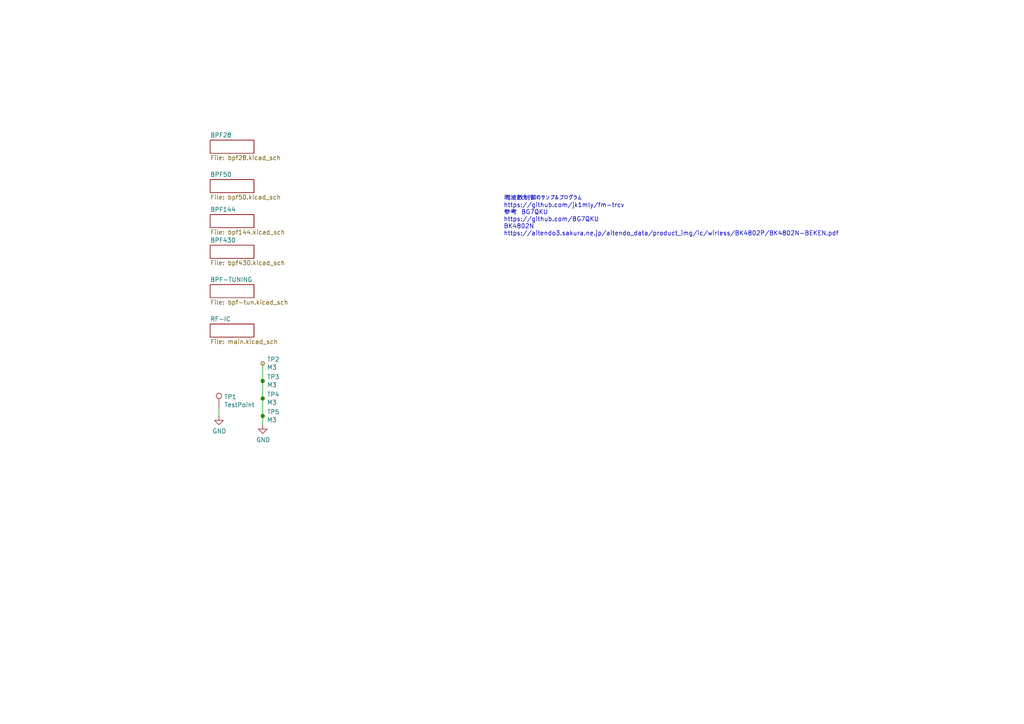
<source format=kicad_sch>
(kicad_sch (version 20211123) (generator eeschema)
  (paper "A4")
  (title_block (title "FM QRP TRCV") (date "2022-03-12") (rev "1") (company "JK1MLY / PRUG"))
  (lib_symbols
    (symbol "Connector:TestPoint" (pin_numbers hide) (pin_names (offset 0.762) hide)
      (property "Reference" "TP" (at 0 6.858 0))
      (property "Value" "TestPoint" (at 0 5.08 0))
      (symbol "TestPoint_0_1"
        (circle (center 0 3.302) (radius 0.762))
      )
      (symbol "TestPoint_1_1"
        (pin passive line (at 0 0 90) (length 2.54) (name "1") (number "1"))
      )
    )
    (symbol "Connector:TestPoint_Small" (pin_numbers hide) (pin_names (offset 0.762) hide)
      (property "Reference" "TP" (at 0 3.81 0))
      (property "Value" "TestPoint_Small" (at 0 2.032 0))
      (symbol "TestPoint_Small_0_1"
        (circle (center 0 0) (radius 0.508))
      )
      (symbol "TestPoint_Small_1_1"
        (pin passive line (at 0 0 90) (length 0) (name "1") (number "1"))
      )
    )
    (symbol "power:GND" (power) (pin_names (offset 0))
      (property "Value" "GND" (at 0 -3.81 0))
      (symbol "GND_0_1"
        (polyline (pts (xy 0 0) (xy 0 -1.27) (xy 1.27 -1.27) (xy 0 -2.54) (xy -1.27 -1.27) (xy 0 -1.27)))
      )
      (symbol "GND_1_1"
        (pin power_in line (at 0 0 270) (length 0) hide (name "GND") (number "1"))
      )
    )
  )
  (junction (at 76.2 115.57))
  (junction (at 76.2 110.49))
  (junction (at 76.2 120.65))
  (wire (pts (xy 63.5 118.11) (xy 63.5 120.65)))
  (wire (pts (xy 76.2 123.19) (xy 76.2 120.65)))
  (wire (pts (xy 76.2 115.57) (xy 76.2 110.49)))
  (wire (pts (xy 76.2 120.65) (xy 76.2 115.57)))
  (wire (pts (xy 76.2 110.49) (xy 76.2 105.41)))
  (text "周波数制御のサンプルプログラム\nhttps://github.com/jk1mly/fm-trcv\n参考　BG7QKU\nhttps://github.com/BG7QKU\nBK4802N\nhttps://aitendo3.sakura.ne.jp/aitendo_data/product_img/ic/wirless/BK4802P/BK4802N-BEKEN.pdf" (at 146.05 68.58 0) (effects (font (size 1.27 1.27)) (justify left bottom)))
  (symbol (lib_id "Connector:TestPoint") (at 63.5 118.11 0) (unit 1)
    (property "Reference" "TP1" (at 64.9732 115.1128 0) (effects (justify left)))
    (property "Value" "TestPoint" (at 64.9732 117.4242 0) (effects (justify left)))
    (property "Footprint" "Connector_PinHeader_2.54mm:PinHeader_1x01_P2.54mm_Vertical" (effects hide))
  )
  (symbol (lib_id "Connector:TestPoint_Small") (at 76.2 115.57 0) (unit 1)
    (property "Reference" "TP4" (at 77.4192 114.4016 0) (effects (justify left)))
    (property "Value" "M3" (at 77.4192 116.713 0) (effects (justify left)))
    (property "Footprint" "MountingHole:MountingHole_3.5mm_Pad" (effects hide))
  )
  (symbol (lib_id "power:GND") (at 63.5 120.65 0) (unit 1)
    (property "Reference" "#PWR0119" (effects hide))
    (property "Value" "GND" (at 63.627 125.0442 0))
  )
  (symbol (lib_id "power:GND") (at 76.2 123.19 0) (unit 1)
    (property "Reference" "#PWR0120" (effects hide))
    (property "Value" "GND" (at 76.327 127.5842 0))
  )
  (symbol (lib_id "Connector:TestPoint_Small") (at 76.2 110.49 0) (unit 1)
    (property "Reference" "TP3" (at 77.4192 109.3216 0) (effects (justify left)))
    (property "Value" "M3" (at 77.4192 111.633 0) (effects (justify left)))
    (property "Footprint" "MountingHole:MountingHole_3.5mm_Pad" (effects hide))
  )
  (symbol (lib_id "Connector:TestPoint_Small") (at 76.2 105.41 0) (unit 1)
    (property "Reference" "TP2" (at 77.4192 104.2416 0) (effects (justify left)))
    (property "Value" "M3" (at 77.4192 106.553 0) (effects (justify left)))
    (property "Footprint" "MountingHole:MountingHole_3.5mm_Pad" (effects hide))
  )
  (symbol (lib_id "Connector:TestPoint_Small") (at 76.2 120.65 0) (unit 1)
    (property "Reference" "TP5" (at 77.4192 119.4816 0) (effects (justify left)))
    (property "Value" "M3" (at 77.4192 121.793 0) (effects (justify left)))
    (property "Footprint" "MountingHole:MountingHole_3.5mm_Pad" (effects hide))
  )
  (sheet (at 60.96 40.64) (size 12.7 3.81)
    (property "Sheet name" "BPF28" (at 60.96 39.9284 0) (effects (justify left bottom)))
    (property "Sheet file" "bpf28.kicad_sch" (at 60.96 45.0346 0) (effects (justify left top)))
  )
  (sheet (at 60.96 52.07) (size 12.7 3.81)
    (property "Sheet name" "BPF50" (at 60.96 51.3584 0) (effects (justify left bottom)))
    (property "Sheet file" "bpf50.kicad_sch" (at 60.96 56.4646 0) (effects (justify left top)))
  )
  (sheet (at 60.96 62.23) (size 12.7 3.81)
    (property "Sheet name" "BPF144" (at 60.96 61.5184 0) (effects (justify left bottom)))
    (property "Sheet file" "bpf144.kicad_sch" (at 60.96 66.6246 0) (effects (justify left top)))
  )
  (sheet (at 60.96 71.12) (size 12.7 3.81)
    (property "Sheet name" "BPF430" (at 60.96 70.4084 0) (effects (justify left bottom)))
    (property "Sheet file" "bpf430.kicad_sch" (at 60.96 75.5146 0) (effects (justify left top)))
  )
  (sheet (at 60.96 93.98) (size 12.7 3.81)
    (property "Sheet name" "RF-IC" (at 60.96 93.2684 0) (effects (justify left bottom)))
    (property "Sheet file" "main.kicad_sch" (at 60.96 98.3746 0) (effects (justify left top)))
  )
  (sheet (at 60.96 82.55) (size 12.7 3.81)
    (property "Sheet name" "BPF-TUNING" (at 60.96 81.8384 0) (effects (justify left bottom)))
    (property "Sheet file" "bpf-tun.kicad_sch" (at 60.96 86.9446 0) (effects (justify left top)))
  )
)
</source>
